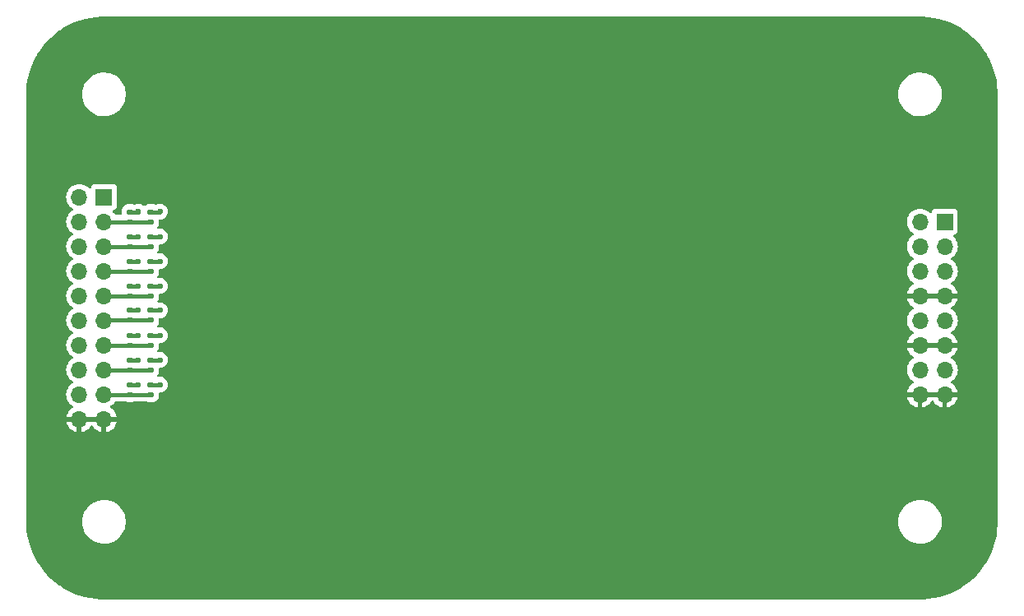
<source format=gbr>
%TF.GenerationSoftware,KiCad,Pcbnew,8.0.3*%
%TF.CreationDate,2025-07-14T16:25:53+02:00*%
%TF.ProjectId,Cmes,436d6573-2e6b-4696-9361-645f70636258,rev?*%
%TF.SameCoordinates,Original*%
%TF.FileFunction,Copper,L2,Bot*%
%TF.FilePolarity,Positive*%
%FSLAX46Y46*%
G04 Gerber Fmt 4.6, Leading zero omitted, Abs format (unit mm)*
G04 Created by KiCad (PCBNEW 8.0.3) date 2025-07-14 16:25:53*
%MOMM*%
%LPD*%
G01*
G04 APERTURE LIST*
G04 Aperture macros list*
%AMRoundRect*
0 Rectangle with rounded corners*
0 $1 Rounding radius*
0 $2 $3 $4 $5 $6 $7 $8 $9 X,Y pos of 4 corners*
0 Add a 4 corners polygon primitive as box body*
4,1,4,$2,$3,$4,$5,$6,$7,$8,$9,$2,$3,0*
0 Add four circle primitives for the rounded corners*
1,1,$1+$1,$2,$3*
1,1,$1+$1,$4,$5*
1,1,$1+$1,$6,$7*
1,1,$1+$1,$8,$9*
0 Add four rect primitives between the rounded corners*
20,1,$1+$1,$2,$3,$4,$5,0*
20,1,$1+$1,$4,$5,$6,$7,0*
20,1,$1+$1,$6,$7,$8,$9,0*
20,1,$1+$1,$8,$9,$2,$3,0*%
G04 Aperture macros list end*
%TA.AperFunction,SMDPad,CuDef*%
%ADD10RoundRect,0.135000X0.185000X-0.135000X0.185000X0.135000X-0.185000X0.135000X-0.185000X-0.135000X0*%
%TD*%
%TA.AperFunction,ComponentPad*%
%ADD11R,1.700000X1.700000*%
%TD*%
%TA.AperFunction,ComponentPad*%
%ADD12O,1.700000X1.700000*%
%TD*%
%TA.AperFunction,ViaPad*%
%ADD13C,0.800000*%
%TD*%
%TA.AperFunction,ViaPad*%
%ADD14C,0.600000*%
%TD*%
%TA.AperFunction,Conductor*%
%ADD15C,0.381000*%
%TD*%
G04 APERTURE END LIST*
D10*
%TO.P,R20,1*%
%TO.N,DIO6*%
X84683600Y-92432600D03*
%TO.P,R20,2*%
%TO.N,Charge*%
X84683600Y-91412600D03*
%TD*%
%TO.P,R23,1*%
%TO.N,DIO3*%
X84683600Y-84812600D03*
%TO.P,R23,2*%
%TO.N,Charge*%
X84683600Y-83792600D03*
%TD*%
%TO.P,R24,1*%
%TO.N,DIO2*%
X84683600Y-82272600D03*
%TO.P,R24,2*%
%TO.N,Charge*%
X84683600Y-81252600D03*
%TD*%
%TO.P,R14,1*%
%TO.N,DIO4*%
X86842600Y-87327200D03*
%TO.P,R14,2*%
%TO.N,discharge*%
X86842600Y-86307200D03*
%TD*%
%TO.P,R26,1*%
%TO.N,DIO0*%
X84683600Y-77192600D03*
%TO.P,R26,2*%
%TO.N,Charge*%
X84683600Y-76172600D03*
%TD*%
%TO.P,R17,1*%
%TO.N,DIO1*%
X86842600Y-79732600D03*
%TO.P,R17,2*%
%TO.N,discharge*%
X86842600Y-78712600D03*
%TD*%
D11*
%TO.P,J1,1,Pin_1*%
%TO.N,unconnected-(J1-Pin_1-Pad1)*%
X82014400Y-74650600D03*
D12*
%TO.P,J1,2,Pin_2*%
%TO.N,unconnected-(J1-Pin_2-Pad2)*%
X79474400Y-74650600D03*
%TO.P,J1,3,Pin_3*%
%TO.N,unconnected-(J1-Pin_3-Pad3)*%
X82014400Y-77190600D03*
%TO.P,J1,4,Pin_4*%
%TO.N,DIO0*%
X79474400Y-77190600D03*
%TO.P,J1,5,Pin_5*%
%TO.N,unconnected-(J1-Pin_5-Pad5)*%
X82014400Y-79730600D03*
%TO.P,J1,6,Pin_6*%
%TO.N,DIO1*%
X79474400Y-79730600D03*
%TO.P,J1,7,Pin_7*%
%TO.N,unconnected-(J1-Pin_7-Pad7)*%
X82014400Y-82270600D03*
%TO.P,J1,8,Pin_8*%
%TO.N,DIO2*%
X79474400Y-82270600D03*
%TO.P,J1,9,Pin_9*%
%TO.N,unconnected-(J1-Pin_9-Pad9)*%
X82014400Y-84810600D03*
%TO.P,J1,10,Pin_10*%
%TO.N,DIO3*%
X79474400Y-84810600D03*
%TO.P,J1,11,Pin_11*%
%TO.N,unconnected-(J1-Pin_11-Pad11)*%
X82014400Y-87350600D03*
%TO.P,J1,12,Pin_12*%
%TO.N,DIO4*%
X79474400Y-87350600D03*
%TO.P,J1,13,Pin_13*%
%TO.N,unconnected-(J1-Pin_13-Pad13)*%
X82014400Y-89890600D03*
%TO.P,J1,14,Pin_14*%
%TO.N,DIO5*%
X79474400Y-89890600D03*
%TO.P,J1,15,Pin_15*%
%TO.N,unconnected-(J1-Pin_15-Pad15)*%
X82014400Y-92430600D03*
%TO.P,J1,16,Pin_16*%
%TO.N,DIO6*%
X79474400Y-92430600D03*
%TO.P,J1,17,Pin_17*%
%TO.N,unconnected-(J1-Pin_17-Pad17)*%
X82014400Y-94970600D03*
%TO.P,J1,18,Pin_18*%
%TO.N,DIO7*%
X79474400Y-94970600D03*
%TO.P,J1,19,Pin_19*%
%TO.N,GND*%
X82014400Y-97510600D03*
%TO.P,J1,20,Pin_20*%
X79474400Y-97510600D03*
%TD*%
D10*
%TO.P,R18,1*%
%TO.N,DIO0*%
X86842600Y-77192600D03*
%TO.P,R18,2*%
%TO.N,discharge*%
X86842600Y-76172600D03*
%TD*%
%TO.P,R15,1*%
%TO.N,DIO3*%
X86842600Y-84812600D03*
%TO.P,R15,2*%
%TO.N,discharge*%
X86842600Y-83792600D03*
%TD*%
%TO.P,R12,1*%
%TO.N,DIO6*%
X86842600Y-92432600D03*
%TO.P,R12,2*%
%TO.N,discharge*%
X86842600Y-91412600D03*
%TD*%
%TO.P,R16,1*%
%TO.N,DIO2*%
X86842600Y-82272600D03*
%TO.P,R16,2*%
%TO.N,discharge*%
X86842600Y-81252600D03*
%TD*%
%TO.P,R13,1*%
%TO.N,DIO5*%
X86842600Y-89892600D03*
%TO.P,R13,2*%
%TO.N,discharge*%
X86842600Y-88872600D03*
%TD*%
%TO.P,R25,1*%
%TO.N,DIO1*%
X84683600Y-79732600D03*
%TO.P,R25,2*%
%TO.N,Charge*%
X84683600Y-78712600D03*
%TD*%
%TO.P,R22,1*%
%TO.N,DIO4*%
X84683600Y-87327200D03*
%TO.P,R22,2*%
%TO.N,Charge*%
X84683600Y-86307200D03*
%TD*%
%TO.P,R11,1*%
%TO.N,DIO7*%
X86842600Y-94972600D03*
%TO.P,R11,2*%
%TO.N,discharge*%
X86842600Y-93952600D03*
%TD*%
D11*
%TO.P,J2,1,Pin_1*%
%TO.N,unconnected-(J2-Pin_1-Pad1)*%
X168554400Y-77190600D03*
D12*
%TO.P,J2,2,Pin_2*%
%TO.N,unconnected-(J2-Pin_2-Pad2)*%
X166014400Y-77190600D03*
%TO.P,J2,3,Pin_3*%
%TO.N,+5V*%
X168554400Y-79730600D03*
%TO.P,J2,4,Pin_4*%
X166014400Y-79730600D03*
%TO.P,J2,5,Pin_5*%
%TO.N,unconnected-(J2-Pin_5-Pad5)*%
X168554400Y-82270600D03*
%TO.P,J2,6,Pin_6*%
%TO.N,unconnected-(J2-Pin_6-Pad6)*%
X166014400Y-82270600D03*
%TO.P,J2,7,Pin_7*%
%TO.N,GND*%
X168554400Y-84810600D03*
%TO.P,J2,8,Pin_8*%
X166014400Y-84810600D03*
%TO.P,J2,9,Pin_9*%
%TO.N,AI0+*%
X168554400Y-87350600D03*
%TO.P,J2,10,Pin_10*%
%TO.N,AI0-*%
X166014400Y-87350600D03*
%TO.P,J2,11,Pin_11*%
%TO.N,GND*%
X168554400Y-89890600D03*
%TO.P,J2,12,Pin_12*%
X166014400Y-89890600D03*
%TO.P,J2,13,Pin_13*%
%TO.N,unconnected-(J2-Pin_13-Pad13)*%
X168554400Y-92430600D03*
%TO.P,J2,14,Pin_14*%
%TO.N,unconnected-(J2-Pin_14-Pad14)*%
X166014400Y-92430600D03*
%TO.P,J2,15,Pin_15*%
%TO.N,GND*%
X168554400Y-94970600D03*
%TO.P,J2,16,Pin_16*%
X166014400Y-94970600D03*
%TD*%
D10*
%TO.P,R19,1*%
%TO.N,DIO7*%
X84683600Y-94972600D03*
%TO.P,R19,2*%
%TO.N,Charge*%
X84683600Y-93952600D03*
%TD*%
%TO.P,R21,1*%
%TO.N,DIO5*%
X84683600Y-89892600D03*
%TO.P,R21,2*%
%TO.N,Charge*%
X84683600Y-88872600D03*
%TD*%
D13*
%TO.N,GND*%
X156500000Y-87000000D03*
X95500000Y-77000000D03*
X125640000Y-71500000D03*
X124370000Y-71500000D03*
D14*
X156845000Y-83997800D03*
D13*
X123090000Y-71500000D03*
X95500000Y-75500000D03*
X126910000Y-71500000D03*
D14*
%TO.N,discharge*%
X87782400Y-78714600D03*
X87782400Y-83794600D03*
X87782400Y-76149200D03*
X87782400Y-91414600D03*
X87782400Y-81254600D03*
X87782400Y-86309200D03*
X87782400Y-88874600D03*
X87782400Y-93954600D03*
%TO.N,Charge*%
X85572600Y-78714600D03*
X85572600Y-83794600D03*
X85572600Y-81254600D03*
X85572600Y-93954600D03*
X85572600Y-86309200D03*
X85572600Y-88874600D03*
X85572600Y-91414600D03*
X85572600Y-76149200D03*
%TD*%
D15*
%TO.N,DIO1*%
X82016400Y-79732600D02*
X82014400Y-79730600D01*
X84683600Y-79732600D02*
X86842600Y-79732600D01*
X84683600Y-79732600D02*
X82016400Y-79732600D01*
%TO.N,DIO2*%
X82016400Y-82272600D02*
X82014400Y-82270600D01*
X84683600Y-82272600D02*
X82016400Y-82272600D01*
X84683600Y-82272600D02*
X86842600Y-82272600D01*
%TO.N,DIO4*%
X84683600Y-87327200D02*
X86842600Y-87327200D01*
X82037800Y-87327200D02*
X82014400Y-87350600D01*
X84683600Y-87327200D02*
X82037800Y-87327200D01*
%TO.N,DIO6*%
X82016400Y-92432600D02*
X82014400Y-92430600D01*
X84683600Y-92432600D02*
X86842600Y-92432600D01*
X84683600Y-92432600D02*
X82016400Y-92432600D01*
%TO.N,DIO7*%
X82016400Y-94972600D02*
X82014400Y-94970600D01*
X84683600Y-94972600D02*
X82016400Y-94972600D01*
X84683600Y-94972600D02*
X86842600Y-94972600D01*
%TO.N,DIO0*%
X82016400Y-77192600D02*
X82014400Y-77190600D01*
X84683600Y-77192600D02*
X82016400Y-77192600D01*
X84683600Y-77192600D02*
X86842600Y-77192600D01*
%TO.N,DIO3*%
X82016400Y-84812600D02*
X82014400Y-84810600D01*
X84683600Y-84812600D02*
X86842600Y-84812600D01*
X84683600Y-84812600D02*
X82016400Y-84812600D01*
%TO.N,DIO5*%
X82016400Y-89892600D02*
X82014400Y-89890600D01*
X84683600Y-89892600D02*
X82016400Y-89892600D01*
X84683600Y-89892600D02*
X86842600Y-89892600D01*
%TO.N,discharge*%
X87780400Y-91412600D02*
X87782400Y-91414600D01*
X87780400Y-83792600D02*
X87782400Y-83794600D01*
X87780400Y-88872600D02*
X87782400Y-88874600D01*
X87780400Y-93952600D02*
X87782400Y-93954600D01*
X86842600Y-78712600D02*
X87780400Y-78712600D01*
X86842600Y-91412600D02*
X87780400Y-91412600D01*
X86842600Y-93952600D02*
X87780400Y-93952600D01*
X86842600Y-86307200D02*
X87780400Y-86307200D01*
X86842600Y-76172600D02*
X87759000Y-76172600D01*
X87780400Y-86307200D02*
X87782400Y-86309200D01*
X87780400Y-81252600D02*
X87782400Y-81254600D01*
X86842600Y-83792600D02*
X87780400Y-83792600D01*
X86842600Y-81252600D02*
X87780400Y-81252600D01*
X87759000Y-76172600D02*
X87782400Y-76149200D01*
X87780400Y-78712600D02*
X87782400Y-78714600D01*
X86842600Y-88872600D02*
X87780400Y-88872600D01*
%TO.N,Charge*%
X84683600Y-83792600D02*
X85570600Y-83792600D01*
X85570600Y-83792600D02*
X85572600Y-83794600D01*
X84683600Y-93952600D02*
X85570600Y-93952600D01*
X84683600Y-91412600D02*
X85570600Y-91412600D01*
X84683600Y-76172600D02*
X85549200Y-76172600D01*
X85549200Y-76172600D02*
X85572600Y-76149200D01*
X85570600Y-81252600D02*
X85572600Y-81254600D01*
X84683600Y-86307200D02*
X85570600Y-86307200D01*
X85570600Y-78712600D02*
X85572600Y-78714600D01*
X85570600Y-88872600D02*
X85572600Y-88874600D01*
X84683600Y-78712600D02*
X85570600Y-78712600D01*
X84683600Y-81252600D02*
X85570600Y-81252600D01*
X85570600Y-86307200D02*
X85572600Y-86309200D01*
X84683600Y-88872600D02*
X85570600Y-88872600D01*
X85570600Y-93952600D02*
X85572600Y-93954600D01*
X85570600Y-91412600D02*
X85572600Y-91414600D01*
%TD*%
%TA.AperFunction,Conductor*%
%TO.N,GND*%
G36*
X81548475Y-97317607D02*
G01*
X81514400Y-97444774D01*
X81514400Y-97576426D01*
X81548475Y-97703593D01*
X81581388Y-97760600D01*
X79907412Y-97760600D01*
X79940325Y-97703593D01*
X79974400Y-97576426D01*
X79974400Y-97444774D01*
X79940325Y-97317607D01*
X79907412Y-97260600D01*
X81581388Y-97260600D01*
X81548475Y-97317607D01*
G37*
%TD.AperFunction*%
%TA.AperFunction,Conductor*%
G36*
X168088475Y-94777607D02*
G01*
X168054400Y-94904774D01*
X168054400Y-95036426D01*
X168088475Y-95163593D01*
X168121388Y-95220600D01*
X166447412Y-95220600D01*
X166480325Y-95163593D01*
X166514400Y-95036426D01*
X166514400Y-94904774D01*
X166480325Y-94777607D01*
X166447412Y-94720600D01*
X168121388Y-94720600D01*
X168088475Y-94777607D01*
G37*
%TD.AperFunction*%
%TA.AperFunction,Conductor*%
G36*
X168088475Y-89697607D02*
G01*
X168054400Y-89824774D01*
X168054400Y-89956426D01*
X168088475Y-90083593D01*
X168121388Y-90140600D01*
X166447412Y-90140600D01*
X166480325Y-90083593D01*
X166514400Y-89956426D01*
X166514400Y-89824774D01*
X166480325Y-89697607D01*
X166447412Y-89640600D01*
X168121388Y-89640600D01*
X168088475Y-89697607D01*
G37*
%TD.AperFunction*%
%TA.AperFunction,Conductor*%
G36*
X168088475Y-84617607D02*
G01*
X168054400Y-84744774D01*
X168054400Y-84876426D01*
X168088475Y-85003593D01*
X168121388Y-85060600D01*
X166447412Y-85060600D01*
X166480325Y-85003593D01*
X166514400Y-84876426D01*
X166514400Y-84744774D01*
X166480325Y-84617607D01*
X166447412Y-84560600D01*
X168121388Y-84560600D01*
X168088475Y-84617607D01*
G37*
%TD.AperFunction*%
%TA.AperFunction,Conductor*%
G36*
X166014959Y-56080605D02*
G01*
X166022571Y-56080672D01*
X166296167Y-56083114D01*
X166303882Y-56083424D01*
X166865435Y-56123587D01*
X166874193Y-56124528D01*
X167430909Y-56204571D01*
X167439600Y-56206140D01*
X167989153Y-56325688D01*
X167997729Y-56327876D01*
X168537371Y-56486330D01*
X168545730Y-56489112D01*
X169072718Y-56685668D01*
X169080851Y-56689037D01*
X169592461Y-56922682D01*
X169600360Y-56926636D01*
X170093981Y-57196174D01*
X170101593Y-57200691D01*
X170574699Y-57504738D01*
X170581970Y-57509786D01*
X171032206Y-57846828D01*
X171039099Y-57852382D01*
X171464140Y-58220682D01*
X171470618Y-58226714D01*
X171868285Y-58624381D01*
X171874317Y-58630859D01*
X172242617Y-59055900D01*
X172248171Y-59062793D01*
X172585213Y-59513029D01*
X172590261Y-59520300D01*
X172894308Y-59993406D01*
X172898825Y-60001018D01*
X173168363Y-60494639D01*
X173172322Y-60502549D01*
X173405956Y-61014135D01*
X173409338Y-61022299D01*
X173605880Y-61549250D01*
X173608675Y-61557648D01*
X173767122Y-62097269D01*
X173769311Y-62105846D01*
X173888857Y-62655389D01*
X173890429Y-62664100D01*
X173970468Y-63220785D01*
X173971414Y-63229586D01*
X174011574Y-63791105D01*
X174011885Y-63798844D01*
X174014395Y-64080039D01*
X174014400Y-64081146D01*
X174014400Y-108080053D01*
X174014395Y-108081160D01*
X174011885Y-108362355D01*
X174011574Y-108370094D01*
X173971414Y-108931613D01*
X173970468Y-108940414D01*
X173890429Y-109497099D01*
X173888857Y-109505810D01*
X173769311Y-110055353D01*
X173767122Y-110063930D01*
X173608675Y-110603551D01*
X173605880Y-110611949D01*
X173409338Y-111138900D01*
X173405950Y-111147079D01*
X173172325Y-111658645D01*
X173168363Y-111666560D01*
X172898825Y-112160181D01*
X172894308Y-112167793D01*
X172590261Y-112640899D01*
X172585213Y-112648170D01*
X172248171Y-113098406D01*
X172242617Y-113105299D01*
X171874317Y-113530340D01*
X171868285Y-113536818D01*
X171470618Y-113934485D01*
X171464140Y-113940517D01*
X171039099Y-114308817D01*
X171032206Y-114314371D01*
X170581970Y-114651413D01*
X170574699Y-114656461D01*
X170101593Y-114960508D01*
X170093981Y-114965025D01*
X169600360Y-115234563D01*
X169592445Y-115238525D01*
X169080879Y-115472150D01*
X169072700Y-115475538D01*
X168545749Y-115672080D01*
X168537351Y-115674875D01*
X167997730Y-115833322D01*
X167989153Y-115835511D01*
X167439610Y-115955057D01*
X167430899Y-115956629D01*
X166874214Y-116036668D01*
X166865413Y-116037614D01*
X166303894Y-116077774D01*
X166296155Y-116078085D01*
X166014960Y-116080595D01*
X166013853Y-116080600D01*
X82014947Y-116080600D01*
X82013840Y-116080595D01*
X81732644Y-116078085D01*
X81724905Y-116077774D01*
X81163386Y-116037614D01*
X81154585Y-116036668D01*
X80597900Y-115956629D01*
X80589189Y-115955057D01*
X80039646Y-115835511D01*
X80031069Y-115833322D01*
X79491448Y-115674875D01*
X79483050Y-115672080D01*
X78956099Y-115475538D01*
X78947935Y-115472156D01*
X78436349Y-115238522D01*
X78428439Y-115234563D01*
X77934818Y-114965025D01*
X77927206Y-114960508D01*
X77454100Y-114656461D01*
X77446829Y-114651413D01*
X76996593Y-114314371D01*
X76989700Y-114308817D01*
X76564659Y-113940517D01*
X76558181Y-113934485D01*
X76160514Y-113536818D01*
X76154482Y-113530340D01*
X75786182Y-113105299D01*
X75780628Y-113098406D01*
X75443586Y-112648170D01*
X75438538Y-112640899D01*
X75134491Y-112167793D01*
X75129974Y-112160181D01*
X74860436Y-111666560D01*
X74856482Y-111658661D01*
X74622837Y-111147051D01*
X74619468Y-111138918D01*
X74422912Y-110611930D01*
X74420130Y-110603571D01*
X74261676Y-110063929D01*
X74259488Y-110055353D01*
X74139940Y-109505800D01*
X74138370Y-109497099D01*
X74135423Y-109476599D01*
X74058328Y-108940393D01*
X74057387Y-108931635D01*
X74017224Y-108370082D01*
X74016914Y-108362354D01*
X74015742Y-108231052D01*
X74014405Y-108081159D01*
X74014402Y-108080598D01*
X79761882Y-108080598D01*
X79761882Y-108080600D01*
X79781979Y-108380827D01*
X79781981Y-108380837D01*
X79841916Y-108675707D01*
X79940620Y-108959960D01*
X79940622Y-108959963D01*
X80076326Y-109228515D01*
X80076329Y-109228520D01*
X80076330Y-109228521D01*
X80246625Y-109476598D01*
X80448467Y-109699763D01*
X80678252Y-109894035D01*
X80931881Y-110055945D01*
X81204828Y-110182606D01*
X81492221Y-110271756D01*
X81788933Y-110321805D01*
X82089668Y-110331860D01*
X82389060Y-110301741D01*
X82681766Y-110231986D01*
X82962563Y-110123839D01*
X83226440Y-109979230D01*
X83468688Y-109800740D01*
X83684985Y-109591555D01*
X83871469Y-109355406D01*
X84024815Y-109096508D01*
X84142284Y-108819482D01*
X84221781Y-108529270D01*
X84261888Y-108231052D01*
X84264400Y-108080600D01*
X84264400Y-108080598D01*
X163761882Y-108080598D01*
X163761882Y-108080600D01*
X163781979Y-108380827D01*
X163781981Y-108380837D01*
X163841916Y-108675707D01*
X163940620Y-108959960D01*
X163940622Y-108959963D01*
X164076326Y-109228515D01*
X164076329Y-109228520D01*
X164076330Y-109228521D01*
X164246625Y-109476598D01*
X164448467Y-109699763D01*
X164678252Y-109894035D01*
X164931881Y-110055945D01*
X165204828Y-110182606D01*
X165492221Y-110271756D01*
X165788933Y-110321805D01*
X166089668Y-110331860D01*
X166389060Y-110301741D01*
X166681766Y-110231986D01*
X166962563Y-110123839D01*
X167226440Y-109979230D01*
X167468688Y-109800740D01*
X167684985Y-109591555D01*
X167871469Y-109355406D01*
X168024815Y-109096508D01*
X168142284Y-108819482D01*
X168221781Y-108529270D01*
X168261888Y-108231052D01*
X168264400Y-108080600D01*
X168261888Y-107930148D01*
X168221781Y-107631930D01*
X168142284Y-107341718D01*
X168024815Y-107064692D01*
X167946626Y-106932684D01*
X167871469Y-106805793D01*
X167684984Y-106569644D01*
X167468695Y-106360467D01*
X167468688Y-106360460D01*
X167226440Y-106181970D01*
X166962571Y-106037365D01*
X166962566Y-106037362D01*
X166962563Y-106037361D01*
X166962559Y-106037359D01*
X166962556Y-106037358D01*
X166681770Y-105929215D01*
X166681766Y-105929214D01*
X166389060Y-105859459D01*
X166389057Y-105859458D01*
X166089672Y-105829340D01*
X166089668Y-105829340D01*
X165788933Y-105839395D01*
X165492220Y-105889444D01*
X165364014Y-105929214D01*
X165204828Y-105978594D01*
X165204821Y-105978597D01*
X165204819Y-105978598D01*
X164931883Y-106105253D01*
X164931881Y-106105255D01*
X164678255Y-106267162D01*
X164448468Y-106461435D01*
X164246627Y-106684599D01*
X164246626Y-106684600D01*
X164076326Y-106932684D01*
X163940622Y-107201236D01*
X163940620Y-107201239D01*
X163841916Y-107485492D01*
X163781981Y-107780362D01*
X163781979Y-107780372D01*
X163761882Y-108080598D01*
X84264400Y-108080598D01*
X84261888Y-107930148D01*
X84221781Y-107631930D01*
X84142284Y-107341718D01*
X84024815Y-107064692D01*
X83946626Y-106932684D01*
X83871469Y-106805793D01*
X83684984Y-106569644D01*
X83468695Y-106360467D01*
X83468688Y-106360460D01*
X83226440Y-106181970D01*
X82962571Y-106037365D01*
X82962566Y-106037362D01*
X82962563Y-106037361D01*
X82962559Y-106037359D01*
X82962556Y-106037358D01*
X82681770Y-105929215D01*
X82681766Y-105929214D01*
X82389060Y-105859459D01*
X82389057Y-105859458D01*
X82089672Y-105829340D01*
X82089668Y-105829340D01*
X81788933Y-105839395D01*
X81492220Y-105889444D01*
X81364014Y-105929214D01*
X81204828Y-105978594D01*
X81204821Y-105978597D01*
X81204819Y-105978598D01*
X80931883Y-106105253D01*
X80931881Y-106105255D01*
X80678255Y-106267162D01*
X80448468Y-106461435D01*
X80246627Y-106684599D01*
X80246626Y-106684600D01*
X80076326Y-106932684D01*
X79940622Y-107201236D01*
X79940620Y-107201239D01*
X79841916Y-107485492D01*
X79781981Y-107780362D01*
X79781979Y-107780372D01*
X79761882Y-108080598D01*
X74014402Y-108080598D01*
X74014400Y-108080053D01*
X74014400Y-74650599D01*
X78118741Y-74650599D01*
X78118741Y-74650600D01*
X78139336Y-74886003D01*
X78139338Y-74886013D01*
X78200494Y-75114255D01*
X78200496Y-75114259D01*
X78200497Y-75114263D01*
X78284899Y-75295263D01*
X78300365Y-75328430D01*
X78300367Y-75328434D01*
X78435901Y-75521995D01*
X78435906Y-75522002D01*
X78602997Y-75689093D01*
X78603003Y-75689098D01*
X78788558Y-75819025D01*
X78832183Y-75873602D01*
X78839377Y-75943100D01*
X78807854Y-76005455D01*
X78788558Y-76022175D01*
X78602997Y-76152105D01*
X78435905Y-76319197D01*
X78300365Y-76512769D01*
X78300364Y-76512771D01*
X78200498Y-76726935D01*
X78200494Y-76726944D01*
X78139338Y-76955186D01*
X78139336Y-76955196D01*
X78118741Y-77190599D01*
X78118741Y-77190600D01*
X78139336Y-77426003D01*
X78139338Y-77426013D01*
X78200494Y-77654255D01*
X78200496Y-77654259D01*
X78200497Y-77654263D01*
X78204400Y-77662632D01*
X78300365Y-77868430D01*
X78300367Y-77868434D01*
X78384657Y-77988811D01*
X78435901Y-78061996D01*
X78435906Y-78062002D01*
X78602997Y-78229093D01*
X78603003Y-78229098D01*
X78788558Y-78359025D01*
X78832183Y-78413602D01*
X78839377Y-78483100D01*
X78807854Y-78545455D01*
X78788558Y-78562175D01*
X78602997Y-78692105D01*
X78435905Y-78859197D01*
X78300365Y-79052769D01*
X78300364Y-79052771D01*
X78200498Y-79266935D01*
X78200494Y-79266944D01*
X78139338Y-79495186D01*
X78139336Y-79495196D01*
X78118741Y-79730599D01*
X78118741Y-79730600D01*
X78139336Y-79966003D01*
X78139338Y-79966013D01*
X78200494Y-80194255D01*
X78200496Y-80194259D01*
X78200497Y-80194263D01*
X78204400Y-80202632D01*
X78300365Y-80408430D01*
X78300367Y-80408434D01*
X78384657Y-80528811D01*
X78435901Y-80601996D01*
X78435906Y-80602002D01*
X78602997Y-80769093D01*
X78603003Y-80769098D01*
X78788558Y-80899025D01*
X78832183Y-80953602D01*
X78839377Y-81023100D01*
X78807854Y-81085455D01*
X78788558Y-81102175D01*
X78602997Y-81232105D01*
X78435905Y-81399197D01*
X78300365Y-81592769D01*
X78300364Y-81592771D01*
X78200498Y-81806935D01*
X78200494Y-81806944D01*
X78139338Y-82035186D01*
X78139336Y-82035196D01*
X78118741Y-82270599D01*
X78118741Y-82270600D01*
X78139336Y-82506003D01*
X78139338Y-82506013D01*
X78200494Y-82734255D01*
X78200496Y-82734259D01*
X78200497Y-82734263D01*
X78204400Y-82742632D01*
X78300365Y-82948430D01*
X78300367Y-82948434D01*
X78384657Y-83068811D01*
X78435901Y-83141996D01*
X78435906Y-83142002D01*
X78602997Y-83309093D01*
X78603003Y-83309098D01*
X78788558Y-83439025D01*
X78832183Y-83493602D01*
X78839377Y-83563100D01*
X78807854Y-83625455D01*
X78788558Y-83642175D01*
X78602997Y-83772105D01*
X78435905Y-83939197D01*
X78300365Y-84132769D01*
X78300364Y-84132771D01*
X78200498Y-84346935D01*
X78200494Y-84346944D01*
X78139338Y-84575186D01*
X78139336Y-84575196D01*
X78118741Y-84810599D01*
X78118741Y-84810600D01*
X78139336Y-85046003D01*
X78139338Y-85046013D01*
X78200494Y-85274255D01*
X78200496Y-85274259D01*
X78200497Y-85274263D01*
X78294696Y-85476273D01*
X78300365Y-85488430D01*
X78300367Y-85488434D01*
X78408681Y-85643121D01*
X78435901Y-85681996D01*
X78435906Y-85682002D01*
X78602997Y-85849093D01*
X78603003Y-85849098D01*
X78788558Y-85979025D01*
X78832183Y-86033602D01*
X78839377Y-86103100D01*
X78807854Y-86165455D01*
X78788558Y-86182175D01*
X78602997Y-86312105D01*
X78435905Y-86479197D01*
X78300365Y-86672769D01*
X78300364Y-86672771D01*
X78200498Y-86886935D01*
X78200494Y-86886944D01*
X78139338Y-87115186D01*
X78139336Y-87115196D01*
X78118741Y-87350599D01*
X78118741Y-87350600D01*
X78139336Y-87586003D01*
X78139338Y-87586013D01*
X78200494Y-87814255D01*
X78200496Y-87814259D01*
X78200497Y-87814263D01*
X78238013Y-87894716D01*
X78300365Y-88028430D01*
X78300367Y-88028434D01*
X78348868Y-88097700D01*
X78435904Y-88222000D01*
X78435906Y-88222002D01*
X78602997Y-88389093D01*
X78603003Y-88389098D01*
X78788558Y-88519025D01*
X78832183Y-88573602D01*
X78839377Y-88643100D01*
X78807854Y-88705455D01*
X78788558Y-88722175D01*
X78602997Y-88852105D01*
X78435905Y-89019197D01*
X78300365Y-89212769D01*
X78300364Y-89212771D01*
X78200498Y-89426935D01*
X78200494Y-89426944D01*
X78139338Y-89655186D01*
X78139336Y-89655196D01*
X78118741Y-89890599D01*
X78118741Y-89890600D01*
X78139336Y-90126003D01*
X78139338Y-90126013D01*
X78200494Y-90354255D01*
X78200496Y-90354259D01*
X78200497Y-90354263D01*
X78231243Y-90420198D01*
X78300365Y-90568430D01*
X78300367Y-90568434D01*
X78384657Y-90688811D01*
X78435901Y-90761996D01*
X78435906Y-90762002D01*
X78602997Y-90929093D01*
X78603003Y-90929098D01*
X78788558Y-91059025D01*
X78832183Y-91113602D01*
X78839377Y-91183100D01*
X78807854Y-91245455D01*
X78788558Y-91262175D01*
X78602997Y-91392105D01*
X78435905Y-91559197D01*
X78300365Y-91752769D01*
X78300364Y-91752771D01*
X78200498Y-91966935D01*
X78200494Y-91966944D01*
X78139338Y-92195186D01*
X78139336Y-92195196D01*
X78118741Y-92430599D01*
X78118741Y-92430600D01*
X78139336Y-92666003D01*
X78139338Y-92666013D01*
X78200494Y-92894255D01*
X78200496Y-92894259D01*
X78200497Y-92894263D01*
X78204400Y-92902632D01*
X78300365Y-93108430D01*
X78300367Y-93108434D01*
X78384657Y-93228811D01*
X78435901Y-93301996D01*
X78435906Y-93302002D01*
X78602997Y-93469093D01*
X78603003Y-93469098D01*
X78788558Y-93599025D01*
X78832183Y-93653602D01*
X78839377Y-93723100D01*
X78807854Y-93785455D01*
X78788558Y-93802175D01*
X78602997Y-93932105D01*
X78435905Y-94099197D01*
X78300365Y-94292769D01*
X78300364Y-94292771D01*
X78200498Y-94506935D01*
X78200494Y-94506944D01*
X78139338Y-94735186D01*
X78139336Y-94735196D01*
X78118741Y-94970599D01*
X78118741Y-94970600D01*
X78139336Y-95206003D01*
X78139338Y-95206013D01*
X78200494Y-95434255D01*
X78200496Y-95434259D01*
X78200497Y-95434263D01*
X78279997Y-95604751D01*
X78300365Y-95648430D01*
X78300367Y-95648434D01*
X78408681Y-95803121D01*
X78435901Y-95841996D01*
X78435906Y-95842002D01*
X78602997Y-96009093D01*
X78603003Y-96009098D01*
X78788994Y-96139330D01*
X78832619Y-96193907D01*
X78839813Y-96263405D01*
X78808290Y-96325760D01*
X78788995Y-96342480D01*
X78603322Y-96472490D01*
X78603320Y-96472491D01*
X78436291Y-96639520D01*
X78436286Y-96639526D01*
X78300800Y-96833020D01*
X78300799Y-96833022D01*
X78200970Y-97047107D01*
X78200967Y-97047113D01*
X78143764Y-97260599D01*
X78143764Y-97260600D01*
X79041388Y-97260600D01*
X79008475Y-97317607D01*
X78974400Y-97444774D01*
X78974400Y-97576426D01*
X79008475Y-97703593D01*
X79041388Y-97760600D01*
X78143764Y-97760600D01*
X78200967Y-97974086D01*
X78200970Y-97974092D01*
X78300799Y-98188178D01*
X78436294Y-98381682D01*
X78603317Y-98548705D01*
X78796821Y-98684200D01*
X79010907Y-98784029D01*
X79010916Y-98784033D01*
X79224400Y-98841234D01*
X79224400Y-97943612D01*
X79281407Y-97976525D01*
X79408574Y-98010600D01*
X79540226Y-98010600D01*
X79667393Y-97976525D01*
X79724400Y-97943612D01*
X79724400Y-98841233D01*
X79937883Y-98784033D01*
X79937892Y-98784029D01*
X80151978Y-98684200D01*
X80345482Y-98548705D01*
X80512505Y-98381682D01*
X80642825Y-98195568D01*
X80697402Y-98151944D01*
X80766901Y-98144751D01*
X80829255Y-98176273D01*
X80845975Y-98195568D01*
X80976294Y-98381682D01*
X81143317Y-98548705D01*
X81336821Y-98684200D01*
X81550907Y-98784029D01*
X81550916Y-98784033D01*
X81764400Y-98841234D01*
X81764400Y-97943612D01*
X81821407Y-97976525D01*
X81948574Y-98010600D01*
X82080226Y-98010600D01*
X82207393Y-97976525D01*
X82264400Y-97943612D01*
X82264400Y-98841233D01*
X82477883Y-98784033D01*
X82477892Y-98784029D01*
X82691978Y-98684200D01*
X82885482Y-98548705D01*
X83052505Y-98381682D01*
X83188000Y-98188178D01*
X83287829Y-97974092D01*
X83287832Y-97974086D01*
X83345036Y-97760600D01*
X82447412Y-97760600D01*
X82480325Y-97703593D01*
X82514400Y-97576426D01*
X82514400Y-97444774D01*
X82480325Y-97317607D01*
X82447412Y-97260600D01*
X83345036Y-97260600D01*
X83345035Y-97260599D01*
X83287832Y-97047113D01*
X83287829Y-97047107D01*
X83188000Y-96833022D01*
X83187999Y-96833020D01*
X83052513Y-96639526D01*
X83052508Y-96639520D01*
X82885478Y-96472490D01*
X82699805Y-96342479D01*
X82656180Y-96287902D01*
X82648988Y-96218404D01*
X82680510Y-96156049D01*
X82699806Y-96139330D01*
X82885801Y-96009095D01*
X83052895Y-95842001D01*
X83140789Y-95716474D01*
X83195365Y-95672851D01*
X83242363Y-95663600D01*
X84156397Y-95663600D01*
X84219517Y-95680868D01*
X84242244Y-95694308D01*
X84244207Y-95695469D01*
X84284868Y-95707282D01*
X84398391Y-95740264D01*
X84398394Y-95740264D01*
X84398396Y-95740265D01*
X84434419Y-95743100D01*
X84932780Y-95743099D01*
X84968804Y-95740265D01*
X85122993Y-95695469D01*
X85136807Y-95687299D01*
X85147683Y-95680868D01*
X85210803Y-95663600D01*
X86315397Y-95663600D01*
X86378517Y-95680868D01*
X86401244Y-95694308D01*
X86403207Y-95695469D01*
X86443868Y-95707282D01*
X86557391Y-95740264D01*
X86557394Y-95740264D01*
X86557396Y-95740265D01*
X86593419Y-95743100D01*
X87091780Y-95743099D01*
X87127804Y-95740265D01*
X87281993Y-95695469D01*
X87420198Y-95613735D01*
X87533735Y-95500198D01*
X87615469Y-95361993D01*
X87648451Y-95248465D01*
X87660264Y-95207808D01*
X87660265Y-95207802D01*
X87663099Y-95171788D01*
X87663100Y-95171781D01*
X87663099Y-94884164D01*
X87682783Y-94817126D01*
X87735587Y-94771371D01*
X87775673Y-94762650D01*
X87775481Y-94760945D01*
X87961649Y-94739969D01*
X87961652Y-94739968D01*
X87961655Y-94739968D01*
X88131922Y-94680389D01*
X88284662Y-94584416D01*
X88412216Y-94456862D01*
X88508189Y-94304122D01*
X88567768Y-94133855D01*
X88571636Y-94099526D01*
X88587965Y-93954603D01*
X88587965Y-93954596D01*
X88567769Y-93775350D01*
X88567768Y-93775345D01*
X88542979Y-93704503D01*
X88508189Y-93605078D01*
X88504577Y-93599330D01*
X88412215Y-93452337D01*
X88284662Y-93324784D01*
X88131923Y-93228811D01*
X87961654Y-93169231D01*
X87961649Y-93169230D01*
X87782404Y-93149035D01*
X87782396Y-93149035D01*
X87641322Y-93164929D01*
X87572500Y-93152874D01*
X87521121Y-93105525D01*
X87503497Y-93037914D01*
X87525224Y-92971509D01*
X87529464Y-92965704D01*
X87533730Y-92960202D01*
X87533735Y-92960198D01*
X87615469Y-92821993D01*
X87660265Y-92667804D01*
X87663100Y-92631781D01*
X87663099Y-92344164D01*
X87682783Y-92277126D01*
X87735587Y-92231371D01*
X87775673Y-92222650D01*
X87775481Y-92220945D01*
X87961649Y-92199969D01*
X87961652Y-92199968D01*
X87961655Y-92199968D01*
X88131922Y-92140389D01*
X88284662Y-92044416D01*
X88412216Y-91916862D01*
X88508189Y-91764122D01*
X88567768Y-91593855D01*
X88587965Y-91414600D01*
X88585430Y-91392105D01*
X88567769Y-91235350D01*
X88567768Y-91235345D01*
X88547489Y-91177391D01*
X88508189Y-91065078D01*
X88504193Y-91058719D01*
X88412215Y-90912337D01*
X88284662Y-90784784D01*
X88131923Y-90688811D01*
X87961654Y-90629231D01*
X87961649Y-90629230D01*
X87782404Y-90609035D01*
X87782396Y-90609035D01*
X87641322Y-90624929D01*
X87572500Y-90612874D01*
X87521121Y-90565525D01*
X87503497Y-90497914D01*
X87525224Y-90431509D01*
X87529464Y-90425704D01*
X87533730Y-90420202D01*
X87533735Y-90420198D01*
X87615469Y-90281993D01*
X87648451Y-90168465D01*
X87660264Y-90127808D01*
X87660265Y-90127802D01*
X87663099Y-90091788D01*
X87663100Y-90091781D01*
X87663099Y-89804164D01*
X87682783Y-89737126D01*
X87735587Y-89691371D01*
X87775673Y-89682650D01*
X87775481Y-89680945D01*
X87961649Y-89659969D01*
X87961652Y-89659968D01*
X87961655Y-89659968D01*
X88131922Y-89600389D01*
X88284662Y-89504416D01*
X88412216Y-89376862D01*
X88508189Y-89224122D01*
X88567768Y-89053855D01*
X88571636Y-89019526D01*
X88587965Y-88874603D01*
X88587965Y-88874596D01*
X88567769Y-88695350D01*
X88567768Y-88695345D01*
X88542979Y-88624503D01*
X88508189Y-88525078D01*
X88504577Y-88519330D01*
X88412215Y-88372337D01*
X88284662Y-88244784D01*
X88131923Y-88148811D01*
X87961654Y-88089231D01*
X87961649Y-88089230D01*
X87782404Y-88069035D01*
X87782396Y-88069035D01*
X87612862Y-88088136D01*
X87544040Y-88076081D01*
X87492661Y-88028732D01*
X87475037Y-87961122D01*
X87496764Y-87894716D01*
X87511294Y-87877238D01*
X87533735Y-87854798D01*
X87615469Y-87716593D01*
X87660265Y-87562404D01*
X87663100Y-87526381D01*
X87663099Y-87238764D01*
X87682783Y-87171726D01*
X87735587Y-87125971D01*
X87775673Y-87117250D01*
X87775481Y-87115545D01*
X87961649Y-87094569D01*
X87961652Y-87094568D01*
X87961655Y-87094568D01*
X88131922Y-87034989D01*
X88284662Y-86939016D01*
X88412216Y-86811462D01*
X88508189Y-86658722D01*
X88567768Y-86488455D01*
X88568811Y-86479197D01*
X88587965Y-86309203D01*
X88587965Y-86309196D01*
X88567769Y-86129950D01*
X88567768Y-86129945D01*
X88560093Y-86108011D01*
X88508189Y-85959678D01*
X88412216Y-85806938D01*
X88284662Y-85679384D01*
X88263465Y-85666065D01*
X88131923Y-85583411D01*
X87961654Y-85523831D01*
X87961649Y-85523830D01*
X87782404Y-85503635D01*
X87782395Y-85503635D01*
X87659720Y-85517456D01*
X87590899Y-85505401D01*
X87539520Y-85458052D01*
X87521896Y-85390441D01*
X87539105Y-85331117D01*
X87615469Y-85201993D01*
X87648451Y-85088465D01*
X87660264Y-85047808D01*
X87660265Y-85047802D01*
X87663099Y-85011788D01*
X87663100Y-85011781D01*
X87663099Y-84724164D01*
X87682783Y-84657126D01*
X87735587Y-84611371D01*
X87775673Y-84602650D01*
X87775481Y-84600945D01*
X87961649Y-84579969D01*
X87961652Y-84579968D01*
X87961655Y-84579968D01*
X88131922Y-84520389D01*
X88284662Y-84424416D01*
X88412216Y-84296862D01*
X88508189Y-84144122D01*
X88567768Y-83973855D01*
X88571636Y-83939526D01*
X88587965Y-83794603D01*
X88587965Y-83794596D01*
X88567769Y-83615350D01*
X88567768Y-83615345D01*
X88542979Y-83544503D01*
X88508189Y-83445078D01*
X88504577Y-83439330D01*
X88412215Y-83292337D01*
X88284662Y-83164784D01*
X88131923Y-83068811D01*
X87961654Y-83009231D01*
X87961649Y-83009230D01*
X87782404Y-82989035D01*
X87782396Y-82989035D01*
X87641322Y-83004929D01*
X87572500Y-82992874D01*
X87521121Y-82945525D01*
X87503497Y-82877914D01*
X87525224Y-82811509D01*
X87529464Y-82805704D01*
X87533730Y-82800202D01*
X87533735Y-82800198D01*
X87615469Y-82661993D01*
X87660265Y-82507804D01*
X87663100Y-82471781D01*
X87663099Y-82184164D01*
X87682783Y-82117126D01*
X87735587Y-82071371D01*
X87775673Y-82062650D01*
X87775481Y-82060945D01*
X87961649Y-82039969D01*
X87961652Y-82039968D01*
X87961655Y-82039968D01*
X88131922Y-81980389D01*
X88284662Y-81884416D01*
X88412216Y-81756862D01*
X88508189Y-81604122D01*
X88567768Y-81433855D01*
X88587965Y-81254600D01*
X88585430Y-81232105D01*
X88567769Y-81075350D01*
X88567768Y-81075345D01*
X88547489Y-81017391D01*
X88508189Y-80905078D01*
X88412216Y-80752338D01*
X88284662Y-80624784D01*
X88263465Y-80611465D01*
X88131923Y-80528811D01*
X87961654Y-80469231D01*
X87961649Y-80469230D01*
X87782404Y-80449035D01*
X87782396Y-80449035D01*
X87641322Y-80464929D01*
X87572500Y-80452874D01*
X87521121Y-80405525D01*
X87503497Y-80337914D01*
X87525224Y-80271509D01*
X87529464Y-80265704D01*
X87533730Y-80260202D01*
X87533735Y-80260198D01*
X87615469Y-80121993D01*
X87660265Y-79967804D01*
X87663100Y-79931781D01*
X87663099Y-79644164D01*
X87682783Y-79577126D01*
X87735587Y-79531371D01*
X87775673Y-79522650D01*
X87775481Y-79520945D01*
X87961649Y-79499969D01*
X87961652Y-79499968D01*
X87961655Y-79499968D01*
X88131922Y-79440389D01*
X88284662Y-79344416D01*
X88412216Y-79216862D01*
X88508189Y-79064122D01*
X88567768Y-78893855D01*
X88571673Y-78859197D01*
X88587965Y-78714603D01*
X88587965Y-78714596D01*
X88567769Y-78535350D01*
X88567768Y-78535345D01*
X88558059Y-78507598D01*
X88508189Y-78365078D01*
X88412216Y-78212338D01*
X88284662Y-78084784D01*
X88131923Y-77988811D01*
X87961654Y-77929231D01*
X87961649Y-77929230D01*
X87782404Y-77909035D01*
X87782396Y-77909035D01*
X87641322Y-77924929D01*
X87572500Y-77912874D01*
X87521121Y-77865525D01*
X87503497Y-77797914D01*
X87525224Y-77731509D01*
X87529464Y-77725704D01*
X87533730Y-77720202D01*
X87533735Y-77720198D01*
X87615469Y-77581993D01*
X87660265Y-77427804D01*
X87663100Y-77391781D01*
X87663099Y-77190599D01*
X164658741Y-77190599D01*
X164658741Y-77190600D01*
X164679336Y-77426003D01*
X164679338Y-77426013D01*
X164740494Y-77654255D01*
X164740496Y-77654259D01*
X164740497Y-77654263D01*
X164744400Y-77662632D01*
X164840365Y-77868430D01*
X164840367Y-77868434D01*
X164924657Y-77988811D01*
X164975901Y-78061996D01*
X164975906Y-78062002D01*
X165142997Y-78229093D01*
X165143003Y-78229098D01*
X165328558Y-78359025D01*
X165372183Y-78413602D01*
X165379377Y-78483100D01*
X165347854Y-78545455D01*
X165328558Y-78562175D01*
X165142997Y-78692105D01*
X164975905Y-78859197D01*
X164840365Y-79052769D01*
X164840364Y-79052771D01*
X164740498Y-79266935D01*
X164740494Y-79266944D01*
X164679338Y-79495186D01*
X164679336Y-79495196D01*
X164658741Y-79730599D01*
X164658741Y-79730600D01*
X164679336Y-79966003D01*
X164679338Y-79966013D01*
X164740494Y-80194255D01*
X164740496Y-80194259D01*
X164740497Y-80194263D01*
X164744400Y-80202632D01*
X164840365Y-80408430D01*
X164840367Y-80408434D01*
X164924657Y-80528811D01*
X164975901Y-80601996D01*
X164975906Y-80602002D01*
X165142997Y-80769093D01*
X165143003Y-80769098D01*
X165328558Y-80899025D01*
X165372183Y-80953602D01*
X165379377Y-81023100D01*
X165347854Y-81085455D01*
X165328558Y-81102175D01*
X165142997Y-81232105D01*
X164975905Y-81399197D01*
X164840365Y-81592769D01*
X164840364Y-81592771D01*
X164740498Y-81806935D01*
X164740494Y-81806944D01*
X164679338Y-82035186D01*
X164679336Y-82035196D01*
X164658741Y-82270599D01*
X164658741Y-82270600D01*
X164679336Y-82506003D01*
X164679338Y-82506013D01*
X164740494Y-82734255D01*
X164740496Y-82734259D01*
X164740497Y-82734263D01*
X164744400Y-82742632D01*
X164840365Y-82948430D01*
X164840367Y-82948434D01*
X164924657Y-83068811D01*
X164975905Y-83142001D01*
X165142999Y-83309095D01*
X165277410Y-83403211D01*
X165328994Y-83439330D01*
X165372619Y-83493907D01*
X165379813Y-83563405D01*
X165348290Y-83625760D01*
X165328995Y-83642480D01*
X165143322Y-83772490D01*
X165143320Y-83772491D01*
X164976291Y-83939520D01*
X164976286Y-83939526D01*
X164840800Y-84133020D01*
X164840799Y-84133022D01*
X164740970Y-84347107D01*
X164740967Y-84347113D01*
X164683764Y-84560599D01*
X164683764Y-84560600D01*
X165581388Y-84560600D01*
X165548475Y-84617607D01*
X165514400Y-84744774D01*
X165514400Y-84876426D01*
X165548475Y-85003593D01*
X165581388Y-85060600D01*
X164683764Y-85060600D01*
X164740967Y-85274086D01*
X164740970Y-85274092D01*
X164840799Y-85488178D01*
X164976294Y-85681682D01*
X165143317Y-85848705D01*
X165328995Y-85978719D01*
X165372619Y-86033296D01*
X165379812Y-86102795D01*
X165348290Y-86165149D01*
X165328995Y-86181869D01*
X165142994Y-86312108D01*
X164975905Y-86479197D01*
X164840365Y-86672769D01*
X164840364Y-86672771D01*
X164740498Y-86886935D01*
X164740494Y-86886944D01*
X164679338Y-87115186D01*
X164679336Y-87115196D01*
X164658741Y-87350599D01*
X164658741Y-87350600D01*
X164679336Y-87586003D01*
X164679338Y-87586013D01*
X164740494Y-87814255D01*
X164740496Y-87814259D01*
X164740497Y-87814263D01*
X164778013Y-87894716D01*
X164840365Y-88028430D01*
X164840367Y-88028434D01*
X164888868Y-88097700D01*
X164975905Y-88222001D01*
X165142999Y-88389095D01*
X165277410Y-88483211D01*
X165328994Y-88519330D01*
X165372619Y-88573907D01*
X165379813Y-88643405D01*
X165348290Y-88705760D01*
X165328995Y-88722480D01*
X165143322Y-88852490D01*
X165143320Y-88852491D01*
X164976291Y-89019520D01*
X164976286Y-89019526D01*
X164840800Y-89213020D01*
X164840799Y-89213022D01*
X164740970Y-89427107D01*
X164740967Y-89427113D01*
X164683764Y-89640599D01*
X164683764Y-89640600D01*
X165581388Y-89640600D01*
X165548475Y-89697607D01*
X165514400Y-89824774D01*
X165514400Y-89956426D01*
X165548475Y-90083593D01*
X165581388Y-90140600D01*
X164683764Y-90140600D01*
X164740967Y-90354086D01*
X164740970Y-90354092D01*
X164840799Y-90568178D01*
X164976294Y-90761682D01*
X165143317Y-90928705D01*
X165328995Y-91058719D01*
X165372619Y-91113296D01*
X165379812Y-91182795D01*
X165348290Y-91245149D01*
X165328995Y-91261869D01*
X165142994Y-91392108D01*
X164975905Y-91559197D01*
X164840365Y-91752769D01*
X164840364Y-91752771D01*
X164740498Y-91966935D01*
X164740494Y-91966944D01*
X164679338Y-92195186D01*
X164679336Y-92195196D01*
X164658741Y-92430599D01*
X164658741Y-92430600D01*
X164679336Y-92666003D01*
X164679338Y-92666013D01*
X164740494Y-92894255D01*
X164740496Y-92894259D01*
X164740497Y-92894263D01*
X164744400Y-92902632D01*
X164840365Y-93108430D01*
X164840367Y-93108434D01*
X164924657Y-93228811D01*
X164975905Y-93302001D01*
X165142999Y-93469095D01*
X165277410Y-93563211D01*
X165328994Y-93599330D01*
X165372619Y-93653907D01*
X165379813Y-93723405D01*
X165348290Y-93785760D01*
X165328995Y-93802480D01*
X165143322Y-93932490D01*
X165143320Y-93932491D01*
X164976291Y-94099520D01*
X164976286Y-94099526D01*
X164840800Y-94293020D01*
X164840799Y-94293022D01*
X164740970Y-94507107D01*
X164740967Y-94507113D01*
X164683764Y-94720599D01*
X164683764Y-94720600D01*
X165581388Y-94720600D01*
X165548475Y-94777607D01*
X165514400Y-94904774D01*
X165514400Y-95036426D01*
X165548475Y-95163593D01*
X165581388Y-95220600D01*
X164683764Y-95220600D01*
X164740967Y-95434086D01*
X164740970Y-95434092D01*
X164840799Y-95648178D01*
X164976294Y-95841682D01*
X165143317Y-96008705D01*
X165336821Y-96144200D01*
X165550907Y-96244029D01*
X165550916Y-96244033D01*
X165764400Y-96301234D01*
X165764400Y-95403612D01*
X165821407Y-95436525D01*
X165948574Y-95470600D01*
X166080226Y-95470600D01*
X166207393Y-95436525D01*
X166264400Y-95403612D01*
X166264400Y-96301233D01*
X166477883Y-96244033D01*
X166477892Y-96244029D01*
X166691978Y-96144200D01*
X166885482Y-96008705D01*
X167052505Y-95841682D01*
X167182825Y-95655568D01*
X167237402Y-95611944D01*
X167306901Y-95604751D01*
X167369255Y-95636273D01*
X167385975Y-95655568D01*
X167516294Y-95841682D01*
X167683317Y-96008705D01*
X167876821Y-96144200D01*
X168090907Y-96244029D01*
X168090916Y-96244033D01*
X168304400Y-96301234D01*
X168304400Y-95403612D01*
X168361407Y-95436525D01*
X168488574Y-95470600D01*
X168620226Y-95470600D01*
X168747393Y-95436525D01*
X168804400Y-95403612D01*
X168804400Y-96301233D01*
X169017883Y-96244033D01*
X169017892Y-96244029D01*
X169231978Y-96144200D01*
X169425482Y-96008705D01*
X169592505Y-95841682D01*
X169728000Y-95648178D01*
X169827829Y-95434092D01*
X169827832Y-95434086D01*
X169885036Y-95220600D01*
X168987412Y-95220600D01*
X169020325Y-95163593D01*
X169054400Y-95036426D01*
X169054400Y-94904774D01*
X169020325Y-94777607D01*
X168987412Y-94720600D01*
X169885036Y-94720600D01*
X169885035Y-94720599D01*
X169827832Y-94507113D01*
X169827829Y-94507107D01*
X169728000Y-94293022D01*
X169727999Y-94293020D01*
X169592513Y-94099526D01*
X169592508Y-94099520D01*
X169425478Y-93932490D01*
X169239805Y-93802479D01*
X169196180Y-93747902D01*
X169188988Y-93678404D01*
X169220510Y-93616049D01*
X169239806Y-93599330D01*
X169240242Y-93599025D01*
X169425801Y-93469095D01*
X169592895Y-93302001D01*
X169728435Y-93108430D01*
X169828303Y-92894263D01*
X169889463Y-92666008D01*
X169910059Y-92430600D01*
X169889463Y-92195192D01*
X169828303Y-91966937D01*
X169728435Y-91752771D01*
X169722825Y-91744758D01*
X169592894Y-91559197D01*
X169425802Y-91392106D01*
X169425801Y-91392105D01*
X169239805Y-91261869D01*
X169196181Y-91207292D01*
X169188988Y-91137793D01*
X169220510Y-91075439D01*
X169239805Y-91058719D01*
X169425482Y-90928705D01*
X169592505Y-90761682D01*
X169728000Y-90568178D01*
X169827829Y-90354092D01*
X169827832Y-90354086D01*
X169885036Y-90140600D01*
X168987412Y-90140600D01*
X169020325Y-90083593D01*
X169054400Y-89956426D01*
X169054400Y-89824774D01*
X169020325Y-89697607D01*
X168987412Y-89640600D01*
X169885036Y-89640600D01*
X169885035Y-89640599D01*
X169827832Y-89427113D01*
X169827829Y-89427107D01*
X169728000Y-89213022D01*
X169727999Y-89213020D01*
X169592513Y-89019526D01*
X169592508Y-89019520D01*
X169425478Y-88852490D01*
X169239805Y-88722479D01*
X169196180Y-88667902D01*
X169188988Y-88598404D01*
X169220510Y-88536049D01*
X169239806Y-88519330D01*
X169240242Y-88519025D01*
X169425801Y-88389095D01*
X169592895Y-88222001D01*
X169728435Y-88028430D01*
X169828303Y-87814263D01*
X169889463Y-87586008D01*
X169910059Y-87350600D01*
X169889463Y-87115192D01*
X169828303Y-86886937D01*
X169728435Y-86672771D01*
X169722825Y-86664758D01*
X169592894Y-86479197D01*
X169425802Y-86312106D01*
X169425801Y-86312105D01*
X169239805Y-86181869D01*
X169196181Y-86127292D01*
X169188988Y-86057793D01*
X169220510Y-85995439D01*
X169239805Y-85978719D01*
X169425482Y-85848705D01*
X169592505Y-85681682D01*
X169728000Y-85488178D01*
X169827829Y-85274092D01*
X169827832Y-85274086D01*
X169885036Y-85060600D01*
X168987412Y-85060600D01*
X169020325Y-85003593D01*
X169054400Y-84876426D01*
X169054400Y-84744774D01*
X169020325Y-84617607D01*
X168987412Y-84560600D01*
X169885036Y-84560600D01*
X169885035Y-84560599D01*
X169827832Y-84347113D01*
X169827829Y-84347107D01*
X169728000Y-84133022D01*
X169727999Y-84133020D01*
X169592513Y-83939526D01*
X169592508Y-83939520D01*
X169425478Y-83772490D01*
X169239805Y-83642479D01*
X169196180Y-83587902D01*
X169188988Y-83518404D01*
X169220510Y-83456049D01*
X169239806Y-83439330D01*
X169240242Y-83439025D01*
X169425801Y-83309095D01*
X169592895Y-83142001D01*
X169728435Y-82948430D01*
X169828303Y-82734263D01*
X169889463Y-82506008D01*
X169910059Y-82270600D01*
X169889463Y-82035192D01*
X169828303Y-81806937D01*
X169728435Y-81592771D01*
X169722825Y-81584758D01*
X169592894Y-81399197D01*
X169425802Y-81232106D01*
X169425796Y-81232101D01*
X169240242Y-81102175D01*
X169196617Y-81047598D01*
X169189423Y-80978100D01*
X169220946Y-80915745D01*
X169240242Y-80899025D01*
X169262426Y-80883491D01*
X169425801Y-80769095D01*
X169592895Y-80602001D01*
X169728435Y-80408430D01*
X169828303Y-80194263D01*
X169889463Y-79966008D01*
X169910059Y-79730600D01*
X169889463Y-79495192D01*
X169828303Y-79266937D01*
X169728435Y-79052771D01*
X169722824Y-79044758D01*
X169592896Y-78859200D01*
X169592893Y-78859197D01*
X169470967Y-78737271D01*
X169437484Y-78675951D01*
X169442468Y-78606259D01*
X169484339Y-78550325D01*
X169515315Y-78533410D01*
X169646731Y-78484396D01*
X169761946Y-78398146D01*
X169848196Y-78282931D01*
X169898491Y-78148083D01*
X169904900Y-78088473D01*
X169904899Y-76292728D01*
X169898491Y-76233117D01*
X169897210Y-76229683D01*
X169848197Y-76098271D01*
X169848193Y-76098264D01*
X169761947Y-75983055D01*
X169761944Y-75983052D01*
X169646735Y-75896806D01*
X169646728Y-75896802D01*
X169511882Y-75846508D01*
X169511883Y-75846508D01*
X169452283Y-75840101D01*
X169452281Y-75840100D01*
X169452273Y-75840100D01*
X169452264Y-75840100D01*
X167656529Y-75840100D01*
X167656523Y-75840101D01*
X167596916Y-75846508D01*
X167462071Y-75896802D01*
X167462064Y-75896806D01*
X167346855Y-75983052D01*
X167346852Y-75983055D01*
X167260606Y-76098264D01*
X167260603Y-76098269D01*
X167211589Y-76229683D01*
X167169717Y-76285616D01*
X167104253Y-76310033D01*
X167035980Y-76295181D01*
X167007726Y-76274030D01*
X166885802Y-76152106D01*
X166885795Y-76152101D01*
X166881656Y-76149203D01*
X166846921Y-76124881D01*
X166692234Y-76016567D01*
X166692230Y-76016565D01*
X166678848Y-76010325D01*
X166478063Y-75916697D01*
X166478059Y-75916696D01*
X166478055Y-75916694D01*
X166249813Y-75855538D01*
X166249803Y-75855536D01*
X166014401Y-75834941D01*
X166014399Y-75834941D01*
X165778996Y-75855536D01*
X165778986Y-75855538D01*
X165550744Y-75916694D01*
X165550735Y-75916698D01*
X165336571Y-76016564D01*
X165336569Y-76016565D01*
X165142997Y-76152105D01*
X164975905Y-76319197D01*
X164840365Y-76512769D01*
X164840364Y-76512771D01*
X164740498Y-76726935D01*
X164740494Y-76726944D01*
X164679338Y-76955186D01*
X164679336Y-76955196D01*
X164658741Y-77190599D01*
X87663099Y-77190599D01*
X87663099Y-77078764D01*
X87682783Y-77011726D01*
X87735587Y-76965971D01*
X87775673Y-76957250D01*
X87775481Y-76955545D01*
X87961649Y-76934569D01*
X87961652Y-76934568D01*
X87961655Y-76934568D01*
X88131922Y-76874989D01*
X88284662Y-76779016D01*
X88412216Y-76651462D01*
X88508189Y-76498722D01*
X88567768Y-76328455D01*
X88571517Y-76295181D01*
X88587965Y-76149203D01*
X88587965Y-76149196D01*
X88567769Y-75969950D01*
X88567768Y-75969945D01*
X88558827Y-75944393D01*
X88508189Y-75799678D01*
X88412216Y-75646938D01*
X88284662Y-75519384D01*
X88131923Y-75423411D01*
X87961654Y-75363831D01*
X87961649Y-75363830D01*
X87782404Y-75343635D01*
X87782396Y-75343635D01*
X87603150Y-75363830D01*
X87603145Y-75363831D01*
X87432874Y-75423412D01*
X87401826Y-75442921D01*
X87334589Y-75461921D01*
X87286608Y-75451728D01*
X87281991Y-75449730D01*
X87127808Y-75404935D01*
X87127802Y-75404934D01*
X87091781Y-75402100D01*
X86593430Y-75402100D01*
X86593408Y-75402101D01*
X86557394Y-75404935D01*
X86403211Y-75449729D01*
X86403206Y-75449731D01*
X86265007Y-75531461D01*
X86264999Y-75531468D01*
X86263647Y-75532820D01*
X86262327Y-75533540D01*
X86258841Y-75536245D01*
X86258404Y-75535682D01*
X86202321Y-75566300D01*
X86132630Y-75561311D01*
X86088291Y-75532813D01*
X86074862Y-75519384D01*
X85922123Y-75423411D01*
X85751854Y-75363831D01*
X85751849Y-75363830D01*
X85572604Y-75343635D01*
X85572596Y-75343635D01*
X85393350Y-75363830D01*
X85393337Y-75363833D01*
X85223078Y-75423410D01*
X85209908Y-75431685D01*
X85142670Y-75450682D01*
X85109345Y-75445766D01*
X84968804Y-75404935D01*
X84968801Y-75404934D01*
X84968802Y-75404934D01*
X84932781Y-75402100D01*
X84434430Y-75402100D01*
X84434408Y-75402101D01*
X84398394Y-75404935D01*
X84244211Y-75449729D01*
X84244206Y-75449731D01*
X84106004Y-75531463D01*
X84105996Y-75531469D01*
X83992469Y-75644996D01*
X83992463Y-75645004D01*
X83910731Y-75783206D01*
X83910729Y-75783211D01*
X83865935Y-75937391D01*
X83865934Y-75937397D01*
X83863100Y-75973411D01*
X83863100Y-76371790D01*
X83863138Y-76372733D01*
X83863100Y-76372880D01*
X83863101Y-76374214D01*
X83862766Y-76374214D01*
X83846100Y-76440494D01*
X83795133Y-76488286D01*
X83739234Y-76501600D01*
X83245163Y-76501600D01*
X83178124Y-76481915D01*
X83143588Y-76448723D01*
X83052896Y-76319200D01*
X83007726Y-76274030D01*
X82930967Y-76197271D01*
X82897484Y-76135951D01*
X82902468Y-76066259D01*
X82944339Y-76010325D01*
X82975315Y-75993410D01*
X83106731Y-75944396D01*
X83221946Y-75858146D01*
X83308196Y-75742931D01*
X83358491Y-75608083D01*
X83364900Y-75548473D01*
X83364899Y-73752728D01*
X83358491Y-73693117D01*
X83357210Y-73689683D01*
X83308197Y-73558271D01*
X83308193Y-73558264D01*
X83221947Y-73443055D01*
X83221944Y-73443052D01*
X83106735Y-73356806D01*
X83106728Y-73356802D01*
X82971882Y-73306508D01*
X82971883Y-73306508D01*
X82912283Y-73300101D01*
X82912281Y-73300100D01*
X82912273Y-73300100D01*
X82912264Y-73300100D01*
X81116529Y-73300100D01*
X81116523Y-73300101D01*
X81056916Y-73306508D01*
X80922071Y-73356802D01*
X80922064Y-73356806D01*
X80806855Y-73443052D01*
X80806852Y-73443055D01*
X80720606Y-73558264D01*
X80720603Y-73558269D01*
X80671589Y-73689683D01*
X80629717Y-73745616D01*
X80564253Y-73770033D01*
X80495980Y-73755181D01*
X80467726Y-73734030D01*
X80345802Y-73612106D01*
X80345795Y-73612101D01*
X80152234Y-73476567D01*
X80152230Y-73476565D01*
X80152228Y-73476564D01*
X79938063Y-73376697D01*
X79938059Y-73376696D01*
X79938055Y-73376694D01*
X79709813Y-73315538D01*
X79709803Y-73315536D01*
X79474401Y-73294941D01*
X79474399Y-73294941D01*
X79238996Y-73315536D01*
X79238986Y-73315538D01*
X79010744Y-73376694D01*
X79010735Y-73376698D01*
X78796571Y-73476564D01*
X78796569Y-73476565D01*
X78602997Y-73612105D01*
X78435905Y-73779197D01*
X78300365Y-73972769D01*
X78300364Y-73972771D01*
X78200498Y-74186935D01*
X78200494Y-74186944D01*
X78139338Y-74415186D01*
X78139336Y-74415196D01*
X78118741Y-74650599D01*
X74014400Y-74650599D01*
X74014400Y-64081146D01*
X74014402Y-64080598D01*
X79761882Y-64080598D01*
X79761882Y-64080600D01*
X79781979Y-64380827D01*
X79781981Y-64380837D01*
X79841916Y-64675707D01*
X79940620Y-64959960D01*
X79940622Y-64959963D01*
X80076326Y-65228515D01*
X80076329Y-65228520D01*
X80076330Y-65228521D01*
X80246625Y-65476598D01*
X80448467Y-65699763D01*
X80678252Y-65894035D01*
X80931881Y-66055945D01*
X81204828Y-66182606D01*
X81492221Y-66271756D01*
X81788933Y-66321805D01*
X82089668Y-66331860D01*
X82389060Y-66301741D01*
X82681766Y-66231986D01*
X82962563Y-66123839D01*
X83226440Y-65979230D01*
X83468688Y-65800740D01*
X83684985Y-65591555D01*
X83871469Y-65355406D01*
X84024815Y-65096508D01*
X84142284Y-64819482D01*
X84221781Y-64529270D01*
X84261888Y-64231052D01*
X84264400Y-64080600D01*
X84264400Y-64080598D01*
X163761882Y-64080598D01*
X163761882Y-64080600D01*
X163781979Y-64380827D01*
X163781981Y-64380837D01*
X163841916Y-64675707D01*
X163940620Y-64959960D01*
X163940622Y-64959963D01*
X164076326Y-65228515D01*
X164076329Y-65228520D01*
X164076330Y-65228521D01*
X164246625Y-65476598D01*
X164448467Y-65699763D01*
X164678252Y-65894035D01*
X164931881Y-66055945D01*
X165204828Y-66182606D01*
X165492221Y-66271756D01*
X165788933Y-66321805D01*
X166089668Y-66331860D01*
X166389060Y-66301741D01*
X166681766Y-66231986D01*
X166962563Y-66123839D01*
X167226440Y-65979230D01*
X167468688Y-65800740D01*
X167684985Y-65591555D01*
X167871469Y-65355406D01*
X168024815Y-65096508D01*
X168142284Y-64819482D01*
X168221781Y-64529270D01*
X168261888Y-64231052D01*
X168264400Y-64080600D01*
X168261888Y-63930148D01*
X168221781Y-63631930D01*
X168142284Y-63341718D01*
X168024815Y-63064692D01*
X167946626Y-62932684D01*
X167871469Y-62805793D01*
X167684984Y-62569644D01*
X167468695Y-62360467D01*
X167468688Y-62360460D01*
X167226440Y-62181970D01*
X167087532Y-62105846D01*
X166962571Y-62037365D01*
X166962566Y-62037362D01*
X166962563Y-62037361D01*
X166962559Y-62037359D01*
X166962556Y-62037358D01*
X166681770Y-61929215D01*
X166681766Y-61929214D01*
X166389060Y-61859459D01*
X166389057Y-61859458D01*
X166089672Y-61829340D01*
X166089668Y-61829340D01*
X165788933Y-61839395D01*
X165492220Y-61889444D01*
X165364014Y-61929214D01*
X165204828Y-61978594D01*
X165204821Y-61978597D01*
X165204819Y-61978598D01*
X164931883Y-62105253D01*
X164931881Y-62105255D01*
X164678255Y-62267162D01*
X164448468Y-62461435D01*
X164246627Y-62684599D01*
X164246626Y-62684600D01*
X164076326Y-62932684D01*
X163940622Y-63201236D01*
X163940620Y-63201239D01*
X163841916Y-63485492D01*
X163781981Y-63780362D01*
X163781979Y-63780372D01*
X163761882Y-64080598D01*
X84264400Y-64080598D01*
X84261888Y-63930148D01*
X84221781Y-63631930D01*
X84142284Y-63341718D01*
X84024815Y-63064692D01*
X83946626Y-62932684D01*
X83871469Y-62805793D01*
X83684984Y-62569644D01*
X83468695Y-62360467D01*
X83468688Y-62360460D01*
X83226440Y-62181970D01*
X83087532Y-62105846D01*
X82962571Y-62037365D01*
X82962566Y-62037362D01*
X82962563Y-62037361D01*
X82962559Y-62037359D01*
X82962556Y-62037358D01*
X82681770Y-61929215D01*
X82681766Y-61929214D01*
X82389060Y-61859459D01*
X82389057Y-61859458D01*
X82089672Y-61829340D01*
X82089668Y-61829340D01*
X81788933Y-61839395D01*
X81492220Y-61889444D01*
X81364014Y-61929214D01*
X81204828Y-61978594D01*
X81204821Y-61978597D01*
X81204819Y-61978598D01*
X80931883Y-62105253D01*
X80931881Y-62105255D01*
X80678255Y-62267162D01*
X80448468Y-62461435D01*
X80246627Y-62684599D01*
X80246626Y-62684600D01*
X80076326Y-62932684D01*
X79940622Y-63201236D01*
X79940620Y-63201239D01*
X79841916Y-63485492D01*
X79781981Y-63780362D01*
X79781979Y-63780372D01*
X79761882Y-64080598D01*
X74014402Y-64080598D01*
X74014405Y-64080040D01*
X74014419Y-64078381D01*
X74016914Y-63798831D01*
X74017225Y-63791105D01*
X74017993Y-63780369D01*
X74057387Y-63229561D01*
X74058328Y-63220809D01*
X74138372Y-62664085D01*
X74139939Y-62655404D01*
X74259489Y-62105838D01*
X74261677Y-62097269D01*
X74420133Y-61557620D01*
X74422909Y-61549277D01*
X74619472Y-61022271D01*
X74622833Y-61014158D01*
X74856487Y-60502526D01*
X74860427Y-60494655D01*
X75129978Y-60001010D01*
X75134491Y-59993406D01*
X75438538Y-59520300D01*
X75443586Y-59513029D01*
X75780628Y-59062793D01*
X75786167Y-59055917D01*
X76154494Y-58630845D01*
X76160500Y-58624395D01*
X76558195Y-58226700D01*
X76564645Y-58220694D01*
X76989717Y-57852367D01*
X76996593Y-57846828D01*
X77446829Y-57509786D01*
X77454100Y-57504738D01*
X77927214Y-57200686D01*
X77934810Y-57196178D01*
X78428455Y-56926627D01*
X78436326Y-56922687D01*
X78947958Y-56689033D01*
X78956071Y-56685672D01*
X79483077Y-56489109D01*
X79491420Y-56486333D01*
X80031077Y-56327874D01*
X80039638Y-56325689D01*
X80589204Y-56206139D01*
X80597885Y-56204572D01*
X81154609Y-56124528D01*
X81163361Y-56123587D01*
X81724918Y-56083424D01*
X81732631Y-56083114D01*
X82006386Y-56080671D01*
X82013841Y-56080605D01*
X82014947Y-56080600D01*
X166013853Y-56080600D01*
X166014959Y-56080605D01*
G37*
%TD.AperFunction*%
%TD*%
M02*

</source>
